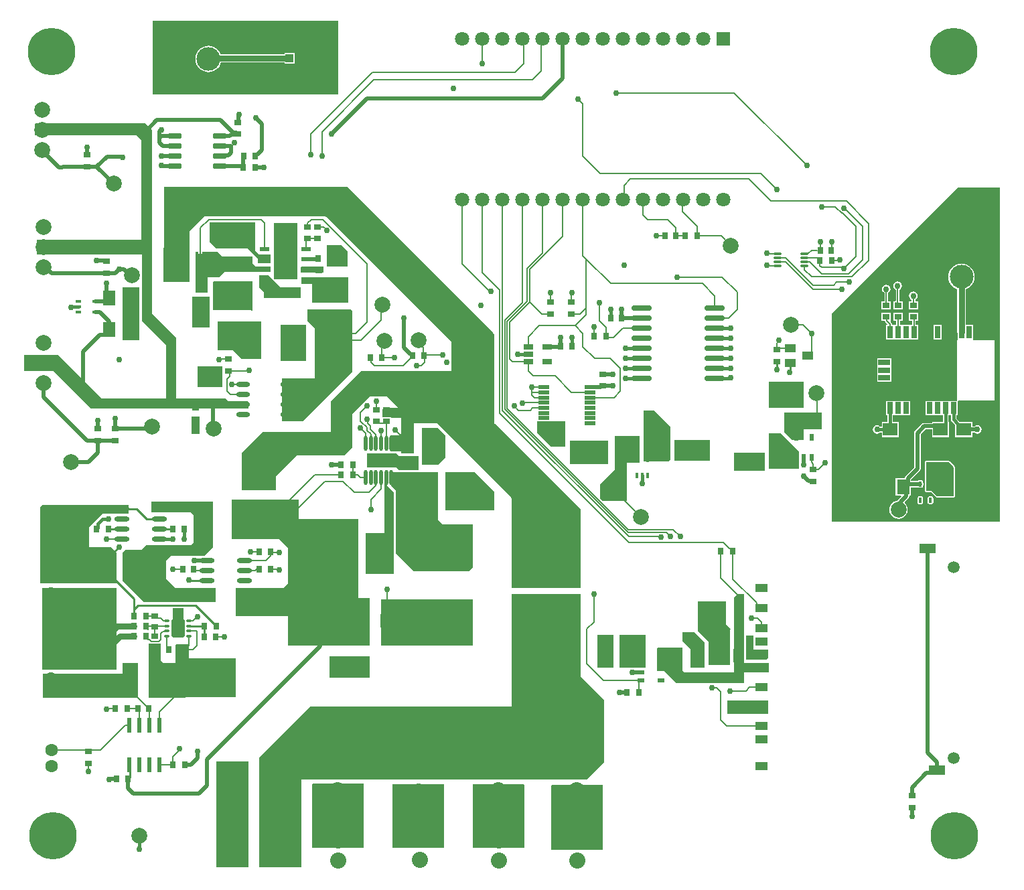
<source format=gtl>
G04*
G04 #@! TF.GenerationSoftware,Altium Limited,Altium Designer,20.1.7 (139)*
G04*
G04 Layer_Physical_Order=1*
G04 Layer_Color=255*
%FSLAX25Y25*%
%MOIN*%
G70*
G04*
G04 #@! TF.SameCoordinates,72195594-E7F7-4266-BDA2-BCA36E094617*
G04*
G04*
G04 #@! TF.FilePolarity,Positive*
G04*
G01*
G75*
%ADD13C,0.01000*%
%ADD14C,0.00600*%
%ADD20O,0.10236X0.02756*%
%ADD21R,0.05118X0.02756*%
%ADD22C,0.07874*%
%ADD23R,0.20276X0.15748*%
%ADD24O,0.06890X0.02362*%
%ADD25R,0.08268X0.05000*%
%ADD26R,0.04528X0.07087*%
G04:AMPARAMS|DCode=27|XSize=17.72mil|YSize=55.12mil|CornerRadius=1.95mil|HoleSize=0mil|Usage=FLASHONLY|Rotation=90.000|XOffset=0mil|YOffset=0mil|HoleType=Round|Shape=RoundedRectangle|*
%AMROUNDEDRECTD27*
21,1,0.01772,0.05122,0,0,90.0*
21,1,0.01382,0.05512,0,0,90.0*
1,1,0.00390,0.02561,0.00691*
1,1,0.00390,0.02561,-0.00691*
1,1,0.00390,-0.02561,-0.00691*
1,1,0.00390,-0.02561,0.00691*
%
%ADD27ROUNDEDRECTD27*%
%ADD28R,0.06400X0.10700*%
%ADD29R,0.14567X0.04331*%
%ADD30O,0.01772X0.07480*%
%ADD31R,0.11614X0.06929*%
%ADD32R,0.02756X0.03543*%
%ADD33R,0.05512X0.03937*%
G04:AMPARAMS|DCode=34|XSize=11.81mil|YSize=23.62mil|CornerRadius=1.95mil|HoleSize=0mil|Usage=FLASHONLY|Rotation=90.000|XOffset=0mil|YOffset=0mil|HoleType=Round|Shape=RoundedRectangle|*
%AMROUNDEDRECTD34*
21,1,0.01181,0.01972,0,0,90.0*
21,1,0.00791,0.02362,0,0,90.0*
1,1,0.00390,0.00986,0.00396*
1,1,0.00390,0.00986,-0.00396*
1,1,0.00390,-0.00986,-0.00396*
1,1,0.00390,-0.00986,0.00396*
%
%ADD34ROUNDEDRECTD34*%
%ADD35R,0.08500X0.09200*%
%ADD36R,0.04921X0.02165*%
%ADD37R,0.09449X0.12205*%
G04:AMPARAMS|DCode=38|XSize=11.81mil|YSize=39.37mil|CornerRadius=1.95mil|HoleSize=0mil|Usage=FLASHONLY|Rotation=90.000|XOffset=0mil|YOffset=0mil|HoleType=Round|Shape=RoundedRectangle|*
%AMROUNDEDRECTD38*
21,1,0.01181,0.03547,0,0,90.0*
21,1,0.00791,0.03937,0,0,90.0*
1,1,0.00390,0.01774,0.00396*
1,1,0.00390,0.01774,-0.00396*
1,1,0.00390,-0.01774,-0.00396*
1,1,0.00390,-0.01774,0.00396*
%
%ADD38ROUNDEDRECTD38*%
G04:AMPARAMS|DCode=39|XSize=15.75mil|YSize=25.59mil|CornerRadius=1.97mil|HoleSize=0mil|Usage=FLASHONLY|Rotation=90.000|XOffset=0mil|YOffset=0mil|HoleType=Round|Shape=RoundedRectangle|*
%AMROUNDEDRECTD39*
21,1,0.01575,0.02165,0,0,90.0*
21,1,0.01181,0.02559,0,0,90.0*
1,1,0.00394,0.01083,0.00591*
1,1,0.00394,0.01083,-0.00591*
1,1,0.00394,-0.01083,-0.00591*
1,1,0.00394,-0.01083,0.00591*
%
%ADD39ROUNDEDRECTD39*%
G04:AMPARAMS|DCode=40|XSize=21.65mil|YSize=31.5mil|CornerRadius=1.95mil|HoleSize=0mil|Usage=FLASHONLY|Rotation=90.000|XOffset=0mil|YOffset=0mil|HoleType=Round|Shape=RoundedRectangle|*
%AMROUNDEDRECTD40*
21,1,0.02165,0.02760,0,0,90.0*
21,1,0.01776,0.03150,0,0,90.0*
1,1,0.00390,0.01380,0.00888*
1,1,0.00390,0.01380,-0.00888*
1,1,0.00390,-0.01380,-0.00888*
1,1,0.00390,-0.01380,0.00888*
%
%ADD40ROUNDEDRECTD40*%
G04:AMPARAMS|DCode=41|XSize=25.59mil|YSize=64.96mil|CornerRadius=1.92mil|HoleSize=0mil|Usage=FLASHONLY|Rotation=90.000|XOffset=0mil|YOffset=0mil|HoleType=Round|Shape=RoundedRectangle|*
%AMROUNDEDRECTD41*
21,1,0.02559,0.06112,0,0,90.0*
21,1,0.02175,0.06496,0,0,90.0*
1,1,0.00384,0.03056,0.01088*
1,1,0.00384,0.03056,-0.01088*
1,1,0.00384,-0.03056,-0.01088*
1,1,0.00384,-0.03056,0.01088*
%
%ADD41ROUNDEDRECTD41*%
%ADD43R,0.03937X0.05906*%
%ADD44R,0.02756X0.05906*%
%ADD45R,0.05906X0.02756*%
%ADD46R,0.04331X0.10236*%
%ADD47R,0.06693X0.04331*%
%ADD48R,0.08661X0.04134*%
%ADD49R,0.03937X0.03937*%
%ADD50R,0.04724X0.11024*%
%ADD51R,0.05906X0.03937*%
%ADD52R,0.07874X0.04724*%
%ADD53R,0.05512X0.13386*%
%ADD54R,0.02100X0.07800*%
%ADD55R,0.05118X0.22047*%
%ADD56R,0.03543X0.03150*%
%ADD57R,0.11811X0.06496*%
%ADD58R,0.06496X0.07284*%
%ADD59R,0.05709X0.05118*%
%ADD60R,0.03150X0.03543*%
%ADD61R,0.07284X0.06496*%
%ADD62R,0.04331X0.06693*%
%ADD63R,0.03543X0.02756*%
%ADD64R,0.09200X0.08500*%
%ADD65R,0.05000X0.08268*%
G04:AMPARAMS|DCode=66|XSize=21.65mil|YSize=31.5mil|CornerRadius=1.95mil|HoleSize=0mil|Usage=FLASHONLY|Rotation=180.000|XOffset=0mil|YOffset=0mil|HoleType=Round|Shape=RoundedRectangle|*
%AMROUNDEDRECTD66*
21,1,0.02165,0.02760,0,0,180.0*
21,1,0.01776,0.03150,0,0,180.0*
1,1,0.00390,-0.00888,0.01380*
1,1,0.00390,0.00888,0.01380*
1,1,0.00390,0.00888,-0.01380*
1,1,0.00390,-0.00888,-0.01380*
%
%ADD66ROUNDEDRECTD66*%
G04:AMPARAMS|DCode=67|XSize=15.75mil|YSize=25.59mil|CornerRadius=1.97mil|HoleSize=0mil|Usage=FLASHONLY|Rotation=180.000|XOffset=0mil|YOffset=0mil|HoleType=Round|Shape=RoundedRectangle|*
%AMROUNDEDRECTD67*
21,1,0.01575,0.02165,0,0,180.0*
21,1,0.01181,0.02559,0,0,180.0*
1,1,0.00394,-0.00591,0.01083*
1,1,0.00394,0.00591,0.01083*
1,1,0.00394,0.00591,-0.01083*
1,1,0.00394,-0.00591,-0.01083*
%
%ADD67ROUNDEDRECTD67*%
G04:AMPARAMS|DCode=120|XSize=64.96mil|YSize=94.49mil|CornerRadius=10.72mil|HoleSize=0mil|Usage=FLASHONLY|Rotation=0.000|XOffset=0mil|YOffset=0mil|HoleType=Round|Shape=RoundedRectangle|*
%AMROUNDEDRECTD120*
21,1,0.06496,0.07305,0,0,0.0*
21,1,0.04352,0.09449,0,0,0.0*
1,1,0.02144,0.02176,-0.03653*
1,1,0.02144,-0.02176,-0.03653*
1,1,0.02144,-0.02176,0.03653*
1,1,0.02144,0.02176,0.03653*
%
%ADD120ROUNDEDRECTD120*%
%ADD121O,0.07480X0.02362*%
%ADD122C,0.01500*%
%ADD123C,0.02000*%
%ADD124C,0.02953*%
%ADD125C,0.03000*%
%ADD126C,0.07087*%
%ADD127R,0.07087X0.07087*%
%ADD128C,0.23622*%
%ADD129C,0.06299*%
%ADD130C,0.05906*%
%ADD131C,0.11811*%
%ADD132C,0.08000*%
%ADD133C,0.03000*%
G36*
X259599Y467343D02*
X259474Y467218D01*
X167636D01*
X167473Y467612D01*
Y503832D01*
X259599D01*
Y467343D01*
D02*
G37*
G36*
X218531Y389819D02*
X220555Y387795D01*
X225984D01*
Y383343D01*
X219685D01*
Y385754D01*
X214655Y390784D01*
X199193D01*
X195866Y394110D01*
Y403543D01*
X218531D01*
Y389819D01*
D02*
G37*
G36*
X201969Y386614D02*
X217035D01*
Y383123D01*
X218663Y381496D01*
X225984D01*
Y378953D01*
X203165D01*
X200591Y376378D01*
X194882D01*
Y368504D01*
X188583D01*
X188583Y368504D01*
Y376378D01*
Y377173D01*
X188583Y377173D01*
Y382892D01*
D01*
Y388976D01*
X190138D01*
Y382500D01*
X190207Y382149D01*
X190406Y381851D01*
X190704Y381652D01*
X191055Y381582D01*
X191406Y381652D01*
X191704Y381851D01*
X191903Y382149D01*
X191973Y382500D01*
Y388976D01*
X199606D01*
X201969Y386614D01*
D02*
G37*
G36*
X264294Y389481D02*
Y381496D01*
X253937D01*
Y392468D01*
X253974Y392483D01*
X261292D01*
X264294Y389481D01*
D02*
G37*
G36*
X252417Y378744D02*
X241185D01*
Y381431D01*
X241341Y381496D01*
X252417D01*
Y378744D01*
D02*
G37*
G36*
X239243Y375431D02*
X239153Y375394D01*
X227892D01*
Y403395D01*
X239243D01*
Y375431D01*
D02*
G37*
G36*
X230760Y371437D02*
X241185D01*
Y366000D01*
X222835D01*
Y369158D01*
X220555Y371437D01*
Y377173D01*
X225024D01*
X230760Y371437D01*
D02*
G37*
G36*
X264791Y363563D02*
X246879D01*
Y372839D01*
X241341D01*
Y376300D01*
X241809Y376378D01*
X264791D01*
Y363563D01*
D02*
G37*
G36*
X217035Y359708D02*
X216574Y359517D01*
X216150Y359941D01*
X197441D01*
Y374141D01*
X197691Y374244D01*
X217035D01*
Y359708D01*
D02*
G37*
G36*
X195866Y351488D02*
X187126Y351488D01*
X187126Y366622D01*
X195866Y366622D01*
Y351488D01*
D02*
G37*
G36*
X160827Y345037D02*
X152300D01*
Y371375D01*
X160827D01*
Y345037D01*
D02*
G37*
G36*
X221260Y354445D02*
Y335630D01*
X211733D01*
X207363Y340000D01*
X199606D01*
Y354457D01*
X221248D01*
X221260Y354445D01*
D02*
G37*
G36*
X243835Y334798D02*
X231030Y334798D01*
Y352661D01*
X243835Y352661D01*
Y334798D01*
D02*
G37*
G36*
X201969Y321654D02*
X201969Y321654D01*
X189764D01*
Y331890D01*
X201969D01*
Y321654D01*
D02*
G37*
G36*
X166929Y449815D02*
Y390390D01*
Y358268D01*
X179134Y346063D01*
Y316142D01*
X203543D01*
X205118Y314567D01*
X214607D01*
X214961Y314213D01*
X214961Y311024D01*
X136614D01*
X118110Y329547D01*
X103897Y329528D01*
X103543Y329881D01*
Y337795D01*
X120472D01*
X142126Y316142D01*
X174016D01*
Y342634D01*
X162205Y354445D01*
Y387795D01*
X159449Y387795D01*
X109843D01*
Y394882D01*
X161811D01*
Y444488D01*
X159449Y446850D01*
X108661D01*
Y452756D01*
X109055Y453150D01*
X163594D01*
X166929Y449815D01*
D02*
G37*
G36*
X491500Y324081D02*
Y311205D01*
X474016D01*
Y324187D01*
X491394D01*
X491500Y324081D01*
D02*
G37*
G36*
X266732Y359646D02*
X266732Y329372D01*
X242111Y304751D01*
X231890Y304751D01*
Y325984D01*
X248079D01*
Y350866D01*
X244488Y354457D01*
Y360236D01*
X266142D01*
X266732Y359646D01*
D02*
G37*
G36*
X190704Y298202D02*
X186811D01*
Y307074D01*
X190704D01*
Y298202D01*
D02*
G37*
G36*
X500331Y300500D02*
X491500D01*
Y295276D01*
X486221D01*
X486221Y295276D01*
X485772Y295408D01*
X481890Y299290D01*
X481890Y309055D01*
X500331D01*
Y300500D01*
D02*
G37*
G36*
X372835Y295000D02*
Y292146D01*
X365464D01*
X358661Y298948D01*
X358661Y304528D01*
X372835D01*
Y295000D01*
D02*
G37*
G36*
X444882Y285000D02*
X427291D01*
X427165Y285126D01*
Y295276D01*
X444882D01*
Y285000D01*
D02*
G37*
G36*
X425197Y301575D02*
Y285752D01*
X423945Y284500D01*
X411811D01*
Y309842D01*
X416929D01*
X425197Y301575D01*
D02*
G37*
G36*
X394094Y283189D02*
X375197D01*
Y295000D01*
X394094D01*
Y283189D01*
D02*
G37*
G36*
X313189Y297555D02*
Y286736D01*
X309449Y282996D01*
X301524Y283000D01*
Y301089D01*
Y301295D01*
X309449D01*
X313189Y297555D01*
D02*
G37*
G36*
X488976Y289691D02*
X488976Y281102D01*
X474016D01*
X474016Y298819D01*
X479848Y298819D01*
X488976Y289691D01*
D02*
G37*
G36*
X290007Y287327D02*
X299606D01*
Y280248D01*
X289831D01*
X288583Y281496D01*
X273997D01*
Y288583D01*
X288751D01*
X290007Y287327D01*
D02*
G37*
G36*
X472047Y279921D02*
X456693D01*
Y289094D01*
X472047D01*
Y279921D01*
D02*
G37*
G36*
X409842Y283858D02*
X403543D01*
Y265026D01*
X391241D01*
X390224Y266042D01*
Y273228D01*
X397244Y280248D01*
Y283858D01*
Y297171D01*
X409842D01*
Y283858D01*
D02*
G37*
G36*
X337402Y269815D02*
Y260236D01*
X313553D01*
X313189Y260600D01*
Y279410D01*
X327807D01*
X337402Y269815D01*
D02*
G37*
G36*
X588976Y254724D02*
X505315D01*
Y358213D01*
X567969Y420866D01*
X588976D01*
X588976Y254724D01*
D02*
G37*
G36*
X309449Y255512D02*
X311496Y253465D01*
X326693D01*
Y231890D01*
X324685Y229882D01*
X297258D01*
X288465Y238675D01*
Y270307D01*
X286177Y272594D01*
Y279409D01*
X286840Y279409D01*
X293185D01*
X309449Y279410D01*
Y255512D01*
D02*
G37*
G36*
X284110Y278756D02*
Y272480D01*
X287321Y269270D01*
Y228740D01*
X282756D01*
Y228740D01*
X273382D01*
Y249005D01*
X282756D01*
Y278583D01*
X283283D01*
X283648Y278947D01*
X284110Y278756D01*
D02*
G37*
G36*
X155492Y258661D02*
X142520D01*
X135827Y251969D01*
Y242126D01*
X146850D01*
X149547Y239429D01*
Y224342D01*
X149412Y224016D01*
X111417D01*
Y261910D01*
X112500Y262992D01*
X155492D01*
Y258661D01*
D02*
G37*
G36*
X264294Y421260D02*
X337402Y348153D01*
X337402Y303787D01*
X380315Y260874D01*
X380315Y221508D01*
X351327Y221508D01*
X346063D01*
X346063Y266386D01*
X308906Y303543D01*
X297251D01*
Y288590D01*
X297248Y288583D01*
X290945D01*
Y289736D01*
X285716D01*
Y297555D01*
X290945D01*
Y306299D01*
X286139D01*
Y306505D01*
X281890D01*
Y310551D01*
X282756Y311417D01*
X289622D01*
X284110Y316929D01*
X275362D01*
X266732Y308299D01*
Y291677D01*
X262851Y287795D01*
X239094D01*
X228740Y277441D01*
Y270307D01*
X211811D01*
Y288976D01*
X222260Y299425D01*
X256226D01*
X256226Y314722D01*
X271228Y329724D01*
X315905Y329724D01*
Y333785D01*
X315920Y333858D01*
X315905Y333931D01*
Y344264D01*
X253476Y406693D01*
X193307D01*
X185827Y399213D01*
Y374016D01*
X172835D01*
Y391118D01*
X173031Y391315D01*
X173031Y421260D01*
X264294Y421260D01*
D02*
G37*
G36*
X197441Y241861D02*
X193376Y237795D01*
X176406D01*
X174016Y235405D01*
X174016Y226378D01*
X178740Y221654D01*
X198740D01*
Y214567D01*
X163138D01*
X152300Y225406D01*
Y239370D01*
X153707Y240778D01*
X161768D01*
X163953Y242963D01*
X186270D01*
X187795Y244488D01*
Y257850D01*
X186196Y259449D01*
X166580Y259449D01*
X166580Y264500D01*
X197441Y264500D01*
Y241861D01*
D02*
G37*
G36*
X182874Y197244D02*
X182736Y197106D01*
X177350D01*
Y211707D01*
X182874D01*
Y197244D01*
D02*
G37*
G36*
X171412Y185525D02*
X172500Y184437D01*
X178740D01*
Y193307D01*
X179134Y193701D01*
X185512D01*
Y186614D01*
X208661D01*
Y167391D01*
X183718D01*
X183256Y166929D01*
X165559D01*
Y194041D01*
X165612Y194095D01*
X166580D01*
X166641Y194082D01*
X170359D01*
X170420Y194095D01*
X171412D01*
Y185525D01*
D02*
G37*
G36*
X326772Y192913D02*
X281059D01*
Y216079D01*
X281122Y216142D01*
X326772D01*
Y192913D01*
D02*
G37*
G36*
X239984Y255908D02*
X269685Y255908D01*
X269685Y216535D01*
X275449D01*
Y192913D01*
X234646Y192913D01*
Y207756D01*
X208661D01*
Y221654D01*
X232541D01*
X234646Y223758D01*
X234646Y241737D01*
X230315Y246068D01*
X206693D01*
Y265748D01*
X239984D01*
Y255908D01*
D02*
G37*
G36*
X466535Y190945D02*
X473622D01*
Y186614D01*
X472835Y185827D01*
X462598D01*
Y189764D01*
Y198031D01*
X466535D01*
Y190945D01*
D02*
G37*
G36*
X452756Y203543D02*
X455118Y201181D01*
X454724Y200787D01*
Y183240D01*
X444319D01*
X444095Y183465D01*
Y195000D01*
X443976D01*
X438583Y200394D01*
Y214961D01*
X452756D01*
Y203543D01*
D02*
G37*
G36*
X412598Y182200D02*
X412449Y182138D01*
X399606D01*
Y198191D01*
X412598D01*
Y182200D01*
D02*
G37*
G36*
X396850D02*
X396751Y182100D01*
X388583D01*
Y198191D01*
X396850D01*
Y182200D01*
D02*
G37*
G36*
X442126Y194488D02*
Y182325D01*
X441677Y181876D01*
X435039D01*
Y191463D01*
X431087Y195415D01*
Y199606D01*
X437008D01*
X442126Y194488D01*
D02*
G37*
G36*
X149547Y181102D02*
X112500D01*
Y221654D01*
X149547D01*
Y181102D01*
D02*
G37*
G36*
X461811Y184252D02*
X474016D01*
Y179500D01*
X461811D01*
Y174409D01*
X427953D01*
X422047Y180315D01*
X418504D01*
Y191732D01*
X418898Y192126D01*
X431087D01*
Y180331D01*
X431917Y179500D01*
X456693D01*
Y189485D01*
Y216882D01*
X458315Y218504D01*
X461811D01*
Y184252D01*
D02*
G37*
G36*
X275449Y177003D02*
X255512D01*
Y187795D01*
X275449D01*
Y177003D01*
D02*
G37*
G36*
X160047Y184232D02*
Y166929D01*
X112602D01*
Y179134D01*
X152300D01*
Y184437D01*
X159843D01*
X160047Y184232D01*
D02*
G37*
G36*
X473622Y159055D02*
X473622Y159055D01*
X453244D01*
Y165748D01*
X473622D01*
Y159055D01*
D02*
G37*
G36*
X272567Y92646D02*
X272456Y92378D01*
X246850D01*
Y124016D01*
X247244Y124409D01*
X272567D01*
Y92646D01*
D02*
G37*
G36*
X352362Y123622D02*
Y92378D01*
X326839D01*
X326772Y92445D01*
Y124016D01*
X352199D01*
X352362Y123622D01*
D02*
G37*
G36*
X312402Y92512D02*
X312268Y92378D01*
X286614D01*
Y123622D01*
X286777Y124016D01*
X312402D01*
Y92512D01*
D02*
G37*
G36*
X391339Y91339D02*
X365748D01*
Y123381D01*
X366215Y123622D01*
X391339D01*
Y91339D01*
D02*
G37*
G36*
X380315Y177559D02*
X392126Y165748D01*
Y135039D01*
X383465Y126378D01*
X241339D01*
Y82677D01*
X220472D01*
Y137402D01*
X245669Y162598D01*
X346063D01*
Y218504D01*
X380315D01*
Y177559D01*
D02*
G37*
G36*
X214961Y82677D02*
X199213D01*
Y135433D01*
X214961D01*
Y82677D01*
D02*
G37*
%LPC*%
G36*
X195189Y491494D02*
X193914Y491368D01*
X192687Y490996D01*
X191557Y490392D01*
X190567Y489579D01*
X189754Y488588D01*
X189150Y487458D01*
X188778Y486232D01*
X188652Y484957D01*
X188778Y483681D01*
X189150Y482455D01*
X189754Y481325D01*
X190567Y480334D01*
X191557Y479521D01*
X192687Y478917D01*
X193914Y478545D01*
X195189Y478420D01*
X196464Y478545D01*
X197691Y478917D01*
X198821Y479521D01*
X199811Y480334D01*
X200624Y481325D01*
X201228Y482455D01*
X201464Y483233D01*
X232921D01*
Y482782D01*
X238058D01*
Y487919D01*
X232921D01*
Y487467D01*
X201223D01*
X200624Y488588D01*
X199811Y489579D01*
X198821Y490392D01*
X197691Y490996D01*
X196464Y491368D01*
X195189Y491494D01*
D02*
G37*
G36*
X546000Y369204D02*
X545181Y369041D01*
X544486Y368577D01*
X544022Y367882D01*
X543859Y367063D01*
X544022Y366244D01*
X544486Y365549D01*
X545082Y365150D01*
Y364431D01*
X543628D01*
Y360475D01*
X548372D01*
Y364431D01*
X546918D01*
Y365150D01*
X547514Y365549D01*
X547978Y366244D01*
X548141Y367063D01*
X547978Y367882D01*
X547514Y368577D01*
X546819Y369041D01*
X546000Y369204D01*
D02*
G37*
G36*
X532526Y372614D02*
X531707Y372451D01*
X531012Y371987D01*
X530548Y371292D01*
X530385Y370472D01*
X530548Y369653D01*
X531012Y368958D01*
X531582Y368577D01*
Y364431D01*
X530128D01*
Y360475D01*
X534872D01*
Y364431D01*
X533418D01*
Y368543D01*
X534040Y368958D01*
X534504Y369653D01*
X534667Y370472D01*
X534504Y371292D01*
X534040Y371987D01*
X533345Y372451D01*
X532526Y372614D01*
D02*
G37*
G36*
X538189Y374188D02*
X537370Y374025D01*
X536675Y373561D01*
X536211Y372867D01*
X536048Y372047D01*
X536211Y371228D01*
X536675Y370533D01*
X537271Y370135D01*
Y364844D01*
X536969Y364448D01*
X536881Y364431D01*
X536069D01*
Y363619D01*
X536052Y363531D01*
X536069Y363442D01*
Y360475D01*
X540813D01*
Y364431D01*
X539107D01*
Y370135D01*
X539703Y370533D01*
X540167Y371228D01*
X540330Y372047D01*
X540167Y372867D01*
X539703Y373561D01*
X539008Y374025D01*
X538189Y374188D01*
D02*
G37*
G36*
X548372Y358525D02*
X543628D01*
Y354569D01*
X545397D01*
Y352553D01*
X539359D01*
Y354569D01*
X540813D01*
Y358525D01*
X536069D01*
Y354569D01*
X537523D01*
Y352553D01*
X535422D01*
Y352898D01*
X535352Y353249D01*
X535153Y353547D01*
X534592Y354107D01*
X534783Y354569D01*
X534872D01*
Y358525D01*
X530128D01*
Y354569D01*
X531873D01*
X531933Y354270D01*
X532132Y353972D01*
X533089Y353015D01*
X532898Y352553D01*
X532526D01*
Y345447D01*
X548293D01*
Y352553D01*
X547233D01*
Y354569D01*
X548372D01*
Y358525D01*
D02*
G37*
G36*
X560104Y352553D02*
X556148D01*
Y345447D01*
X560104D01*
Y352553D01*
D02*
G37*
G36*
X535104Y336017D02*
X527998D01*
Y332061D01*
Y328124D01*
Y324187D01*
X535104D01*
Y328124D01*
Y332061D01*
Y336017D01*
D02*
G37*
G36*
X569937Y383084D02*
X568662Y382959D01*
X567435Y382587D01*
X566305Y381982D01*
X565315Y381170D01*
X564502Y380179D01*
X563898Y379049D01*
X563526Y377822D01*
X563400Y376547D01*
X563526Y375272D01*
X563898Y374046D01*
X564502Y372916D01*
X565315Y371925D01*
X566305Y371112D01*
X567435Y370508D01*
X567820Y370391D01*
Y349000D01*
X567959Y348301D01*
X567959Y345485D01*
X567772Y345063D01*
X567772Y345025D01*
X567772Y315324D01*
D01*
X567772Y315142D01*
X567492Y314757D01*
X567478Y314757D01*
X552211D01*
Y307652D01*
X560686D01*
Y304348D01*
X555258D01*
Y303797D01*
X551378D01*
X550754Y303673D01*
X550224Y303319D01*
X546878Y299972D01*
X546524Y299443D01*
X546400Y298819D01*
Y281778D01*
X542095Y277472D01*
X541741Y276943D01*
X541617Y276319D01*
Y276242D01*
X537152D01*
Y267758D01*
X539853D01*
X540044Y267296D01*
X538553Y265805D01*
X538199Y265276D01*
X538175Y265152D01*
X537398Y265050D01*
X536295Y264593D01*
X535347Y263866D01*
X534620Y262918D01*
X534162Y261814D01*
X534007Y260630D01*
X534162Y259446D01*
X534620Y258342D01*
X535347Y257394D01*
X536295Y256667D01*
X537398Y256210D01*
X538583Y256054D01*
X539767Y256210D01*
X540871Y256667D01*
X541819Y257394D01*
X542546Y258342D01*
X543003Y259446D01*
X543159Y260630D01*
X543003Y261814D01*
X542546Y262918D01*
X541819Y263866D01*
X541785Y263891D01*
X541752Y264390D01*
X543532Y266169D01*
X543885Y266699D01*
X544009Y267323D01*
Y267758D01*
X544848D01*
Y271804D01*
X548259D01*
X548276Y271778D01*
X548539Y271602D01*
X548850Y271540D01*
X550032D01*
X550342Y271602D01*
X550606Y271778D01*
X550782Y272042D01*
X550844Y272353D01*
Y272655D01*
X550948Y272811D01*
X551072Y273435D01*
X550948Y274060D01*
X550844Y274216D01*
Y274518D01*
X550782Y274829D01*
X550606Y275093D01*
X550342Y275269D01*
X550032Y275331D01*
X548850D01*
X548539Y275269D01*
X548276Y275093D01*
X548259Y275067D01*
X544879D01*
Y275643D01*
X549185Y279949D01*
X549539Y280478D01*
X549663Y281102D01*
Y298143D01*
X552054Y300534D01*
X555258D01*
Y296652D01*
X563742D01*
Y304348D01*
X563439D01*
Y307652D01*
X564623D01*
Y305500D01*
X564728Y304973D01*
X565027Y304527D01*
X566758Y302795D01*
Y296652D01*
X575242D01*
Y298869D01*
X576508D01*
X576992Y298545D01*
X577811Y298382D01*
X578630Y298545D01*
X579325Y299010D01*
X579789Y299704D01*
X579952Y300524D01*
X579789Y301343D01*
X579325Y302038D01*
X578630Y302502D01*
X577811Y302665D01*
X576992Y302502D01*
X576437Y302131D01*
X575242D01*
Y304348D01*
X569093D01*
X569082Y304365D01*
X569081Y304365D01*
X567377Y306070D01*
Y307652D01*
X567978D01*
X567978Y314575D01*
D01*
X567978Y314757D01*
X568257Y315142D01*
X568272Y315142D01*
X586473D01*
Y345063D01*
X576131D01*
X575852Y345447D01*
X575852Y345563D01*
Y352553D01*
X572054D01*
Y370391D01*
X572439Y370508D01*
X573569Y371112D01*
X574559Y371925D01*
X575372Y372916D01*
X575976Y374046D01*
X576348Y375272D01*
X576474Y376547D01*
X576348Y377822D01*
X575976Y379049D01*
X575372Y380179D01*
X574559Y381170D01*
X573569Y381982D01*
X572439Y382587D01*
X571212Y382959D01*
X569937Y383084D01*
D02*
G37*
G36*
X544356Y314757D02*
X532526D01*
Y307652D01*
X533127D01*
Y304368D01*
X530258D01*
Y301910D01*
X529597D01*
X529512Y302038D01*
X528818Y302502D01*
X527998Y302665D01*
X527179Y302502D01*
X526484Y302038D01*
X526020Y301343D01*
X525857Y300524D01*
X526020Y299704D01*
X526484Y299010D01*
X527179Y298545D01*
X527998Y298382D01*
X528818Y298545D01*
X529512Y299010D01*
X529611Y299158D01*
X530258D01*
Y296672D01*
X538742D01*
Y304368D01*
X535880D01*
Y307652D01*
X544356D01*
Y314757D01*
D02*
G37*
G36*
X563768Y284901D02*
X552362D01*
X551903Y284711D01*
X551713Y284252D01*
Y270079D01*
X551903Y269619D01*
X552362Y269429D01*
X554849D01*
X557415Y266864D01*
X557874Y266673D01*
X566000D01*
X566459Y266864D01*
X566649Y267323D01*
Y281760D01*
X566459Y282219D01*
X566282Y282396D01*
X564254Y284683D01*
X564235Y284692D01*
X564227Y284711D01*
X564014Y284799D01*
X563806Y284900D01*
X563787Y284893D01*
X563768Y284901D01*
D02*
G37*
G36*
X555150Y267260D02*
X553968D01*
X553658Y267198D01*
X553394Y267022D01*
X553218Y266758D01*
X553156Y266447D01*
Y264282D01*
X553218Y263971D01*
X553394Y263707D01*
X553658Y263531D01*
X553968Y263469D01*
X555150D01*
X555461Y263531D01*
X555724Y263707D01*
X555900Y263971D01*
X555962Y264282D01*
Y266447D01*
X555900Y266758D01*
X555724Y267022D01*
X555461Y267198D01*
X555150Y267260D01*
D02*
G37*
G36*
X550032D02*
X548850D01*
X548539Y267198D01*
X548276Y267022D01*
X548100Y266758D01*
X548038Y266447D01*
Y264282D01*
X548100Y263971D01*
X548276Y263707D01*
X548539Y263531D01*
X548850Y263469D01*
X550032D01*
X550342Y263531D01*
X550606Y263707D01*
X550782Y263971D01*
X550844Y264282D01*
Y266447D01*
X550782Y266758D01*
X550606Y267022D01*
X550342Y267198D01*
X550032Y267260D01*
D02*
G37*
%LPD*%
G36*
X565809Y281951D02*
X566000Y281760D01*
Y267323D01*
X557874D01*
X555118Y270079D01*
X552362D01*
Y284252D01*
X563768D01*
X565809Y281951D01*
D02*
G37*
D13*
X146850Y237795D02*
Y238185D01*
X150791Y242126D01*
X185433Y225590D02*
X185618Y225406D01*
X194508D01*
X152080Y261068D02*
X159344D01*
X164344Y256068D01*
X170584D01*
X158047Y210992D02*
Y216270D01*
Y207500D02*
Y210992D01*
X144927Y229390D02*
X158047Y216270D01*
X144927Y229390D02*
Y230768D01*
X142927Y232768D02*
X144927Y230768D01*
X141549Y232768D02*
X142927D01*
X177293Y251068D02*
X177508Y250853D01*
X170584Y251068D02*
X177293D01*
X170369Y250853D02*
X170584Y251068D01*
X209255Y457307D02*
X210000Y456562D01*
X158047Y210992D02*
X160047Y212992D01*
X188732D01*
X209255Y457307D02*
X210260D01*
X188732Y212992D02*
X197815Y203909D01*
X478083Y330293D02*
Y334364D01*
X484690Y330046D02*
X484752Y330108D01*
X484690Y329313D02*
Y330046D01*
X484307Y328931D02*
X484690Y329313D01*
X484752Y330108D02*
Y333576D01*
X155982Y127423D02*
Y133621D01*
X155803Y133800D02*
X155982Y133621D01*
X155059Y126500D02*
X155982Y127423D01*
X197815Y203909D02*
X198209D01*
X199087Y203031D01*
Y202638D02*
Y203031D01*
X193181Y202638D02*
X193228Y202591D01*
X193039Y202780D02*
X193181Y202638D01*
X193228Y197244D02*
Y202591D01*
X185512Y202780D02*
X193039D01*
X145320Y251068D02*
X145320Y251068D01*
X152080D01*
D14*
X381500Y387004D02*
X383071Y385433D01*
Y361000D02*
Y385433D01*
X381500Y387004D02*
Y415000D01*
X237432Y259449D02*
X237713D01*
X234646Y261974D02*
Y264567D01*
X144488Y246068D02*
X152080D01*
X168303Y197760D02*
X168500Y197957D01*
Y202244D01*
X168244Y202500D02*
X168500Y202244D01*
X163953Y202500D02*
X168244D01*
X355280Y310079D02*
X356520Y311319D01*
X349370Y310079D02*
X355280D01*
X347244Y312205D02*
X349370Y310079D01*
X355972Y319559D02*
X356535Y318996D01*
X355958Y320571D02*
Y321570D01*
X355972Y319559D02*
Y320557D01*
Y317717D02*
Y319559D01*
X355958Y320571D02*
X355972Y320557D01*
Y317717D02*
X357252Y316437D01*
X362008D01*
X355958Y321570D02*
X355972Y321555D01*
X355906Y321622D02*
X355958Y321570D01*
X356535Y318996D02*
X362008D01*
X355972Y321555D02*
X362008D01*
X377764Y352193D02*
X381500Y348457D01*
Y341740D02*
Y348457D01*
Y341740D02*
X387240Y336000D01*
X395065D01*
X400066Y331000D01*
Y319559D02*
Y331000D01*
X396944Y316437D02*
X400066Y319559D01*
X385236Y316437D02*
X396944D01*
X354276Y329739D02*
Y334260D01*
Y329739D02*
X356850Y327165D01*
X367717D01*
X375886Y318996D01*
X385236D01*
X356520Y311319D02*
X362008D01*
X302165Y337815D02*
Y341171D01*
X302251Y337729D02*
X311811D01*
X302165Y337815D02*
X302251Y337729D01*
X351327Y313512D02*
X351693Y313878D01*
X362008D01*
X302766Y333889D02*
Y337080D01*
X301233Y332357D02*
X302766Y333889D01*
X298819Y332357D02*
X301233D01*
X291929D02*
X296260Y336687D01*
X277616Y332357D02*
X291929D01*
X276078Y333895D02*
X277616Y332357D01*
X450244Y397000D02*
X455118Y392126D01*
X438453Y397000D02*
X450244D01*
X276078Y333895D02*
Y335783D01*
X275646Y336215D02*
X276078Y335783D01*
X281102Y354980D02*
Y361811D01*
X281890Y362598D01*
X271004Y344882D02*
X281102Y354980D01*
X264173Y344882D02*
X271004D01*
X450047Y155905D02*
X453067Y152886D01*
X470421D01*
X450047Y155905D02*
Y169947D01*
X447947Y172047D02*
X450047Y169947D01*
X445669Y172047D02*
X447947D01*
X426378Y250787D02*
X429921Y247244D01*
X404181Y250787D02*
X426378D01*
X343900Y311069D02*
X404181Y250787D01*
X404022Y249250D02*
X421270D01*
X342700Y310572D02*
Y354980D01*
X421308Y249213D02*
X423228D01*
X425197Y247244D01*
X342700Y310572D02*
X404022Y249250D01*
X421270D02*
X421308Y249213D01*
X341500Y310075D02*
X404331Y247244D01*
X419882D01*
X341500Y310075D02*
Y415000D01*
X342700Y354980D02*
X351500Y363780D01*
X343900Y311069D02*
Y354483D01*
X345100Y335502D02*
Y353986D01*
Y335502D02*
X346342Y334260D01*
X340158Y308819D02*
Y369970D01*
X331500Y378628D02*
X340158Y369970D01*
Y308819D02*
X404526Y244450D01*
X343900Y354483D02*
X353843Y364426D01*
Y380737D01*
X361500Y388394D01*
Y415000D01*
X351500Y363780D02*
Y415000D01*
X345100Y353986D02*
X355043Y363929D01*
X464567Y172296D02*
X470421D01*
X462744Y170472D02*
X464567Y172296D01*
X454724Y170472D02*
X462744D01*
X419882Y247244D02*
X420276Y246850D01*
X404526Y244450D02*
X451502D01*
X465354Y206693D02*
X468453D01*
X470421Y201823D02*
Y204724D01*
X468453Y206693D02*
X470421Y204724D01*
X451502Y244450D02*
X454481Y241472D01*
X454875D01*
X455953Y240394D01*
Y240000D02*
Y240394D01*
X331500Y378628D02*
Y415000D01*
X478083Y343559D02*
X478937Y344413D01*
Y345063D01*
X478083Y340269D02*
Y343559D01*
X456693Y468110D02*
X492913Y431890D01*
X398031Y468110D02*
X456693D01*
X500394Y411417D02*
X507236D01*
X510423Y408230D01*
X510668D01*
X517323Y401575D01*
Y386614D02*
Y401575D01*
X511417Y380709D02*
X517323Y386614D01*
X499409Y382091D02*
X500331Y381170D01*
X499409Y382091D02*
Y384764D01*
X500331Y381170D02*
X509866D01*
X509868Y381168D01*
X510958D01*
X511417Y380709D01*
X498720Y280609D02*
X501968Y283858D01*
X496053Y280609D02*
X498720D01*
X495240Y284252D02*
Y286728D01*
Y284252D02*
X496053Y283439D01*
Y280609D02*
Y283439D01*
X410174Y175698D02*
X410296Y175576D01*
X410894Y174977D01*
X409453D02*
X410894D01*
X321500Y382969D02*
X334474Y369995D01*
X321500Y382969D02*
Y415000D01*
X410174Y175698D02*
X410235Y175760D01*
X409453Y174977D02*
X410174Y175698D01*
X334474Y369995D02*
Y369995D01*
X410112Y175760D02*
X410235D01*
X409988D02*
X410112D01*
X391630D02*
X409988D01*
X410112D02*
X410174Y175698D01*
X409205Y174977D02*
X409453D01*
X383465Y183925D02*
X391630Y175760D01*
X410235D02*
X410480D01*
X409205Y174977D02*
X409988Y175760D01*
X383465Y183925D02*
Y201181D01*
X387008Y204724D01*
Y218504D01*
X334474Y369995D02*
X335177Y369291D01*
X335827D01*
X409453Y169500D02*
Y174977D01*
X459000Y210000D02*
Y217819D01*
X450047Y226772D02*
X459000Y217819D01*
X450047Y226772D02*
Y240000D01*
X455953Y226134D02*
Y240000D01*
Y226134D02*
X467924Y214163D01*
Y213334D02*
Y214163D01*
Y213334D02*
X469593Y211666D01*
X470421D01*
X498032Y303150D02*
Y318226D01*
X497753Y318504D02*
X498032Y318226D01*
X538189Y362705D02*
X538441Y362453D01*
X538189Y362705D02*
Y372047D01*
X507874Y374046D02*
X514080D01*
X506269Y372441D02*
X507874Y374046D01*
X496000Y372441D02*
X506269D01*
X496000Y370472D02*
X510268D01*
X532500Y370446D02*
X532526Y370472D01*
X532500Y362453D02*
Y370446D01*
X478083Y340269D02*
X478870Y341057D01*
X484752D01*
X490949Y352604D02*
X495331Y348222D01*
X485094Y352604D02*
X490949D01*
X495331Y338985D02*
Y348222D01*
X493662Y337316D02*
X495331Y338985D01*
X493413Y337316D02*
X493662D01*
X546000Y362453D02*
Y367063D01*
Y356547D02*
X546315Y356232D01*
Y349000D02*
Y356232D01*
X538441Y356547D02*
X538441Y356547D01*
X538441Y349000D02*
Y356547D01*
X532781Y354621D02*
Y356266D01*
X532500Y356547D02*
X532781Y356266D01*
Y354621D02*
X534504Y352898D01*
Y349000D02*
Y352898D01*
X276772Y478346D02*
X347638D01*
X246063Y447638D02*
X276772Y478346D01*
X246063Y437402D02*
Y447638D01*
X277559Y474803D02*
X356299D01*
X251575Y448819D02*
X277559Y474803D01*
X251575Y436614D02*
Y448819D01*
X411500Y407480D02*
Y415000D01*
Y407480D02*
X413862Y405118D01*
X423622D01*
X427756Y400984D01*
Y397000D02*
Y400984D01*
X418110Y397000D02*
X422244D01*
X432547D02*
X432547Y397000D01*
X427756Y397000D02*
X432547D01*
X431102Y409055D02*
Y414602D01*
X431500Y415000D01*
X431102Y409055D02*
X438453Y401705D01*
Y397000D02*
Y401705D01*
X511417Y410630D02*
X511811D01*
X520866Y401575D01*
Y384988D02*
Y401575D01*
X513831Y377953D02*
X520866Y384988D01*
X500331Y377953D02*
X513831D01*
X494268Y384016D02*
X500331Y377953D01*
X491693Y384016D02*
X494268D01*
X498331Y385984D02*
X499409Y384906D01*
X491693Y385984D02*
X498331D01*
X401936Y415437D02*
Y422047D01*
X401500Y415000D02*
X401936Y415437D01*
Y422047D02*
X405086Y425197D01*
X464173D01*
X475197Y414173D01*
X512598D01*
X523622Y403150D01*
Y384646D02*
Y403150D01*
X515524Y376547D02*
X523622Y384646D01*
X495240Y376547D02*
X515524D01*
X491693Y380095D02*
X495240Y376547D01*
X491693Y380095D02*
Y382047D01*
X536969Y363531D02*
X538047Y362453D01*
X538441D01*
X482457Y385984D02*
X496000Y372441D01*
X478307Y385984D02*
X482457D01*
X532106Y362453D02*
X532500D01*
X482457Y384016D02*
X496000Y370472D01*
X478307Y384016D02*
X482457D01*
X505512Y390158D02*
Y394094D01*
X499606Y389764D02*
Y394094D01*
X505118Y389764D02*
X505512Y390158D01*
X509331Y385039D02*
X509449D01*
X509055Y384764D02*
X509331Y385039D01*
X505315Y384764D02*
X509055D01*
X393110Y346850D02*
Y351378D01*
X389764Y354724D02*
X393110Y351378D01*
X389764Y354724D02*
Y363779D01*
X470079Y427953D02*
X477953Y420079D01*
X390161Y427953D02*
X470079D01*
X381500Y436614D02*
X390161Y427953D01*
X381500Y436614D02*
Y462595D01*
X379134Y464961D02*
X381500Y462595D01*
X331500Y482677D02*
Y495000D01*
X399606Y266929D02*
X400066Y266470D01*
X401097D01*
X410480Y257087D01*
X495240Y389764D02*
X498032D01*
X493720Y388243D02*
X495240Y389764D01*
X491984Y388243D02*
X493720D01*
X491693Y387953D02*
X491984Y388243D01*
X473228Y382283D02*
X473465Y382047D01*
X478307D01*
X473228Y388189D02*
X473779D01*
X474016Y387953D01*
X478307D01*
X383071Y357500D02*
Y361000D01*
X377764Y352193D02*
X383071Y357500D01*
X359842Y352193D02*
X377764D01*
X354276Y346626D02*
X359842Y352193D01*
X354276Y341740D02*
Y346626D01*
X346342Y334260D02*
X354276D01*
X387008Y351575D02*
X387205Y351378D01*
Y346850D02*
Y351378D01*
X393504Y346457D02*
X396747D01*
X393110Y346850D02*
X393504Y346457D01*
X396747D02*
X401290Y351000D01*
X410890D01*
X428346Y376378D02*
X450787D01*
X458268Y368898D01*
Y360236D02*
Y368898D01*
X454032Y356000D02*
X458268Y360236D01*
X447110Y356000D02*
X454032D01*
X383071Y385433D02*
X395276Y373228D01*
X440945D01*
X447110Y367063D01*
Y361000D02*
Y367063D01*
X375984Y367831D02*
Y368504D01*
X375870Y367717D02*
X375984Y367831D01*
X375870Y363929D02*
Y367717D01*
X365370Y363929D02*
Y368488D01*
X365354Y368504D02*
X365370Y368488D01*
X371500Y396697D02*
Y415000D01*
X355043Y380240D02*
X371500Y396697D01*
X380095Y358024D02*
X383071Y361000D01*
X375870Y358024D02*
X380095D01*
X355043Y363929D02*
Y380240D01*
Y363929D02*
X360949Y358024D01*
X365370D01*
X270866Y304689D02*
X273997Y301559D01*
Y300146D02*
Y301559D01*
Y300146D02*
X275941Y298202D01*
X278807Y310433D02*
Y314567D01*
X288189Y300394D02*
X290471Y298112D01*
X291320D01*
X293185Y296246D01*
Y295000D02*
Y296246D01*
X281102Y299437D02*
Y300000D01*
X281059Y299394D02*
X281102Y299437D01*
X281059Y293823D02*
Y299394D01*
X275175Y269270D02*
X278500Y272594D01*
X267738Y269270D02*
X275175D01*
X262205Y274803D02*
X267738Y269270D01*
X253067Y274803D02*
X262205D01*
X237713Y259449D02*
X253067Y274803D01*
X266142Y348300D02*
X268300D01*
X251815Y339915D02*
Y340000D01*
Y339152D02*
Y339915D01*
Y339152D02*
X253680Y337286D01*
X351969Y482677D02*
Y494531D01*
X351500Y495000D02*
X351969Y494531D01*
X347638Y478346D02*
X351969Y482677D01*
X215248Y330106D02*
X215512Y329842D01*
X214752Y330106D02*
X215248D01*
X214370Y329724D02*
X214752Y330106D01*
X205118Y329724D02*
X214370D01*
X360630Y479134D02*
Y494130D01*
X361500Y495000D01*
X356299Y474803D02*
X360630Y479134D01*
X180709Y141732D02*
X180756Y141685D01*
Y140937D02*
Y141685D01*
X177350Y137531D02*
X180756Y140937D01*
X177350Y133800D02*
Y137531D01*
X274015Y354015D02*
Y383079D01*
X268300Y348300D02*
X274015Y354015D01*
X251815Y348500D02*
X252015Y348300D01*
X251976Y405118D02*
X274015Y383079D01*
X251815Y339915D02*
X253680Y338050D01*
X246283Y405118D02*
X251976D01*
X244545Y403379D02*
X246283Y405118D01*
X244545Y401497D02*
Y403379D01*
X244500Y401453D02*
X244545Y401497D01*
X253937Y399606D02*
Y399933D01*
X252417Y401453D02*
X253937Y399933D01*
X249500Y401453D02*
X252417D01*
X249500Y395547D02*
X249500Y395547D01*
X244500Y395547D02*
X249500D01*
X243835Y394882D02*
X244500Y395547D01*
X243835Y390390D02*
Y394882D01*
X191055Y382500D02*
Y400898D01*
X195276Y405118D01*
X221248D01*
X223165Y403201D01*
Y390390D02*
Y403201D01*
X281551Y336215D02*
X287743D01*
X274416Y303717D02*
X275665Y302468D01*
X274416Y303717D02*
Y305111D01*
X274015Y305511D02*
X274416Y305111D01*
X275665Y300713D02*
Y302468D01*
X270866Y304689D02*
Y309090D01*
X273997Y312221D01*
X302559Y337286D02*
X302766Y337080D01*
X200394Y335433D02*
X200591Y335630D01*
X205118D01*
X205587Y326969D02*
Y329547D01*
X204293Y325675D02*
X205587Y326969D01*
X204293Y319723D02*
Y325675D01*
X206016Y318000D02*
X212555D01*
X204293Y319723D02*
X206016Y318000D01*
X206693Y322835D02*
X207015D01*
X207180Y323000D01*
X205587Y329547D02*
X205980D01*
X207180Y323000D02*
X212555D01*
X177350Y133800D02*
X177350Y133800D01*
X170803Y133800D02*
X177350D01*
X135498Y130313D02*
X135500Y130315D01*
X135894Y139953D02*
X136878Y140937D01*
X135295Y140157D02*
Y140937D01*
Y140157D02*
X135500Y139953D01*
X141549Y140937D02*
X153812Y153200D01*
X136878Y140937D02*
X141549D01*
X153812Y153200D02*
X155803D01*
X117106Y140937D02*
X135295D01*
X135500Y130315D02*
Y134047D01*
Y139953D02*
X135894D01*
X144488Y161417D02*
X145051D01*
X145134Y161500D01*
X148850D01*
X170803Y160120D02*
X179508Y168825D01*
Y176563D01*
X170803Y153200D02*
Y160120D01*
X178740Y175795D02*
X179508Y176563D01*
X155492D02*
X157738Y174318D01*
Y169322D02*
Y174318D01*
Y169322D02*
X164087Y162972D01*
X164284D01*
X165559Y161697D01*
Y161500D02*
Y161697D01*
X160047Y161500D02*
X160047Y161500D01*
X154756Y161500D02*
X160047D01*
X160047Y161500D02*
X160803Y160744D01*
Y153200D02*
Y160744D01*
X165559Y161500D02*
X165803Y161256D01*
Y153200D02*
Y161256D01*
X202756Y197244D02*
X203150D01*
X202756Y197244D02*
X202756Y197244D01*
X198740Y197244D02*
X202756D01*
X183628Y191000D02*
X187358D01*
X189500Y193142D01*
Y199869D01*
X189148Y200220D02*
X189500Y199869D01*
X185512Y200220D02*
X189148D01*
X180756Y191000D02*
X183628D01*
X185512Y192884D01*
Y197661D01*
X174488Y191756D02*
X175244Y191000D01*
X174488Y191756D02*
Y197661D01*
X177559Y230906D02*
X182283D01*
X216142Y239764D02*
X216535D01*
X216535Y239764D01*
X220276D01*
X230118Y230906D02*
X230315Y230709D01*
X226181Y230906D02*
X230118D01*
X270866Y301295D02*
X273382Y298780D01*
Y293823D02*
Y298780D01*
X299606Y343730D02*
Y344955D01*
Y343730D02*
X302165Y341171D01*
X275941Y293823D02*
Y298202D01*
X275665Y300713D02*
X278438Y297940D01*
Y293885D02*
Y297940D01*
X283618Y303472D02*
X283768Y303622D01*
X283618Y293823D02*
Y303472D01*
X281551Y343668D02*
X282598Y344715D01*
X281551Y336215D02*
Y343668D01*
X278438Y293885D02*
X278500Y293823D01*
X283150Y205354D02*
X284110Y206315D01*
Y220866D01*
X275941Y260600D02*
Y265748D01*
X281059Y270866D01*
Y276500D01*
X278500Y272594D02*
Y276500D01*
X278807Y303622D02*
X283768D01*
X265681Y196154D02*
X266598Y197072D01*
X234646Y264567D02*
X248079Y278000D01*
X261047D01*
X266953Y283000D02*
X266953Y283000D01*
X266953Y278000D02*
Y283000D01*
X270866Y276500D02*
X273382D01*
X269366Y278000D02*
X270866Y276500D01*
X266953Y278000D02*
X269366D01*
X187795Y230906D02*
X188295Y230405D01*
X194508D01*
X218539D02*
X219539Y231405D01*
X213012Y230405D02*
X218539D01*
X226181Y237795D02*
Y239764D01*
X223791Y235405D02*
X226181Y237795D01*
X213012Y235405D02*
X223791D01*
X226181Y239764D02*
X226575Y239370D01*
X230315D01*
X189500Y207480D02*
X189764D01*
X187358Y205339D02*
X189500Y207480D01*
X185512Y205339D02*
X187358D01*
X172661D02*
X174488D01*
X171412Y206588D02*
X172661Y205339D01*
X169668Y206588D02*
X171412D01*
X168244Y207500D02*
X168500Y207756D01*
X163953Y207500D02*
X168244D01*
X165031Y201028D02*
X165035D01*
X163953Y202106D02*
Y202500D01*
Y202106D02*
X165031Y201028D01*
X168303Y197760D02*
X168500D01*
X168500Y207756D02*
X169668Y206588D01*
X168500Y202244D02*
X169035Y202780D01*
X174488D01*
X170359Y195000D02*
X171500Y196141D01*
X166641Y195000D02*
X170359D01*
X165612Y196028D02*
X166641Y195000D01*
X172500Y200000D02*
X174268D01*
X174488Y200220D01*
X171500Y199000D02*
X172500Y200000D01*
X171500Y196141D02*
Y199000D01*
X165078Y196028D02*
X165612D01*
X164000Y197106D02*
X165078Y196028D01*
X164000Y197106D02*
Y197500D01*
D20*
X410890Y361000D02*
D03*
Y356000D02*
D03*
Y351000D02*
D03*
Y346000D02*
D03*
Y341000D02*
D03*
Y336000D02*
D03*
Y331000D02*
D03*
Y326000D02*
D03*
X447110Y361000D02*
D03*
Y356000D02*
D03*
Y351000D02*
D03*
Y346000D02*
D03*
Y341000D02*
D03*
Y336000D02*
D03*
Y331000D02*
D03*
Y326000D02*
D03*
D21*
X363724Y341740D02*
D03*
Y334260D02*
D03*
X354276D02*
D03*
Y338000D02*
D03*
Y341740D02*
D03*
D22*
X166929Y301969D02*
D03*
X485094Y352604D02*
D03*
X497753Y318504D02*
D03*
X538583Y260630D02*
D03*
X160803Y98425D02*
D03*
X455118Y392126D02*
D03*
X281890Y362598D02*
D03*
X197628Y301128D02*
D03*
X410480Y257087D02*
D03*
X148031Y422835D02*
D03*
X157087Y377165D02*
D03*
X126772Y284252D02*
D03*
X282598Y344715D02*
D03*
X299606Y344955D02*
D03*
X113000Y323815D02*
D03*
Y333815D02*
D03*
Y343815D02*
D03*
X112500Y459815D02*
D03*
Y449815D02*
D03*
Y439815D02*
D03*
X113000Y381315D02*
D03*
Y391315D02*
D03*
Y401315D02*
D03*
D23*
X315905Y244646D02*
D03*
Y205276D02*
D03*
D24*
X234405Y308000D02*
D03*
Y313000D02*
D03*
Y318000D02*
D03*
Y323000D02*
D03*
X212555Y308000D02*
D03*
Y313000D02*
D03*
Y318000D02*
D03*
Y323000D02*
D03*
D25*
X140565Y190053D02*
D03*
Y172730D02*
D03*
X141549Y232768D02*
D03*
Y215445D02*
D03*
D26*
X283150Y205354D02*
D03*
X271732D02*
D03*
D27*
X385236Y303642D02*
D03*
Y306201D02*
D03*
Y308760D02*
D03*
Y311319D02*
D03*
Y313878D02*
D03*
Y316437D02*
D03*
Y318996D02*
D03*
Y321555D02*
D03*
X362008Y303642D02*
D03*
Y306201D02*
D03*
Y308760D02*
D03*
Y311319D02*
D03*
Y313878D02*
D03*
Y316437D02*
D03*
Y318996D02*
D03*
Y321555D02*
D03*
D28*
X209500Y348300D02*
D03*
Y366000D02*
D03*
D29*
X255835Y356563D02*
D03*
Y367980D02*
D03*
D30*
X286177Y293823D02*
D03*
X283618D02*
D03*
X281059D02*
D03*
X278500D02*
D03*
X275941D02*
D03*
X273382D02*
D03*
X286177Y276500D02*
D03*
X283618D02*
D03*
X281059D02*
D03*
X278500D02*
D03*
X275941D02*
D03*
X273382D02*
D03*
D31*
X279780Y285161D02*
D03*
D32*
X212559Y431143D02*
D03*
X218465D02*
D03*
X220276Y230906D02*
D03*
X226181D02*
D03*
X199087Y202638D02*
D03*
X193181D02*
D03*
X163953Y207500D02*
D03*
X158047D02*
D03*
X163953Y202500D02*
D03*
X158047D02*
D03*
X163953Y197500D02*
D03*
X158047D02*
D03*
X226181Y239764D02*
D03*
X220276D02*
D03*
X145320Y251068D02*
D03*
X139414D02*
D03*
X177350Y133800D02*
D03*
X183256D02*
D03*
X148850Y161500D02*
D03*
X154756D02*
D03*
X266953Y278000D02*
D03*
X261047D02*
D03*
X261047Y283000D02*
D03*
X266953D02*
D03*
X438453Y397000D02*
D03*
X432547D02*
D03*
X499409Y384764D02*
D03*
X505315D02*
D03*
X450047Y240000D02*
D03*
X455953D02*
D03*
X409453Y169500D02*
D03*
X403547D02*
D03*
X387205Y346850D02*
D03*
X393110D02*
D03*
X281551Y336215D02*
D03*
X275646D02*
D03*
X302559Y337286D02*
D03*
X296654D02*
D03*
X218531Y436614D02*
D03*
X212626D02*
D03*
D33*
X493413Y337316D02*
D03*
X484752Y333576D02*
D03*
Y341057D02*
D03*
D34*
X174488Y205339D02*
D03*
Y202780D02*
D03*
Y200220D02*
D03*
Y197661D02*
D03*
X185512D02*
D03*
Y200220D02*
D03*
Y202780D02*
D03*
Y205339D02*
D03*
D35*
X217500Y260600D02*
D03*
Y275400D02*
D03*
X363189Y213466D02*
D03*
Y228266D02*
D03*
D36*
X243835Y375390D02*
D03*
Y380390D02*
D03*
Y385390D02*
D03*
Y390390D02*
D03*
X223165D02*
D03*
Y385390D02*
D03*
Y380390D02*
D03*
Y375390D02*
D03*
D37*
X233500Y382890D02*
D03*
D38*
X478307Y387953D02*
D03*
Y385984D02*
D03*
Y384016D02*
D03*
Y382047D02*
D03*
X491693Y387953D02*
D03*
Y385984D02*
D03*
Y384016D02*
D03*
Y382047D02*
D03*
D39*
X138583Y364173D02*
D03*
Y359055D02*
D03*
X130512D02*
D03*
Y361614D02*
D03*
Y364173D02*
D03*
D40*
X420520Y183240D02*
D03*
Y175760D02*
D03*
X410480D02*
D03*
Y179500D02*
D03*
Y183240D02*
D03*
D41*
X178525Y446673D02*
D03*
Y441673D02*
D03*
Y436673D02*
D03*
Y431673D02*
D03*
X200769Y446673D02*
D03*
Y441673D02*
D03*
Y436673D02*
D03*
Y431673D02*
D03*
D43*
X582339Y311205D02*
D03*
Y349000D02*
D03*
D44*
X577811Y311205D02*
D03*
X573874D02*
D03*
X569937D02*
D03*
X566000D02*
D03*
X562063D02*
D03*
X558126D02*
D03*
X554189D02*
D03*
X550252D02*
D03*
X546315D02*
D03*
X542378D02*
D03*
X538441D02*
D03*
X534504D02*
D03*
Y349000D02*
D03*
X538441D02*
D03*
X542378D02*
D03*
X546315D02*
D03*
X550252D02*
D03*
X554189D02*
D03*
X558126D02*
D03*
X562063D02*
D03*
X566000D02*
D03*
X569937D02*
D03*
X573874D02*
D03*
X577811D02*
D03*
D45*
X531551Y322228D02*
D03*
Y326165D02*
D03*
Y330102D02*
D03*
Y334039D02*
D03*
Y337976D02*
D03*
D46*
X303815Y295000D02*
D03*
X293185D02*
D03*
D47*
X197441Y324606D02*
D03*
Y313976D02*
D03*
X265681Y185525D02*
D03*
Y196154D02*
D03*
D48*
X241395Y479445D02*
D03*
Y490862D02*
D03*
D49*
X247694Y485350D02*
D03*
X235490D02*
D03*
D50*
X182000Y382500D02*
D03*
X191055D02*
D03*
D51*
X470421Y133004D02*
D03*
Y195130D02*
D03*
Y221508D02*
D03*
Y146193D02*
D03*
Y152886D02*
D03*
Y162453D02*
D03*
Y172296D02*
D03*
Y182138D02*
D03*
Y188634D02*
D03*
Y201823D02*
D03*
Y211666D02*
D03*
D52*
X553138Y241193D02*
D03*
X557862Y130957D02*
D03*
D53*
X155492Y176563D02*
D03*
X179508D02*
D03*
D54*
X170803Y153200D02*
D03*
X165803D02*
D03*
X160803D02*
D03*
X155803D02*
D03*
Y133800D02*
D03*
X160803D02*
D03*
X165803D02*
D03*
X170803D02*
D03*
D55*
X226177Y121339D02*
D03*
X210784Y121378D02*
D03*
D56*
X391500Y327953D02*
D03*
Y322441D02*
D03*
X168500Y192248D02*
D03*
Y197760D02*
D03*
X168500Y202244D02*
D03*
Y207756D02*
D03*
X250000Y374244D02*
D03*
Y379756D02*
D03*
X209766Y453173D02*
D03*
Y447661D02*
D03*
D57*
X210000Y382890D02*
D03*
Y394110D02*
D03*
D58*
X155811Y366000D02*
D03*
X145772D02*
D03*
X562500Y271500D02*
D03*
X572539D02*
D03*
X541000Y272000D02*
D03*
X530961D02*
D03*
X478500Y285000D02*
D03*
X468461D02*
D03*
X428000Y186500D02*
D03*
X438039D02*
D03*
X403020D02*
D03*
X392980D02*
D03*
X421047Y289614D02*
D03*
X431087D02*
D03*
X400264Y288583D02*
D03*
X390224D02*
D03*
X155811Y350394D02*
D03*
X145772D02*
D03*
D59*
X191500Y363563D02*
D03*
Y371437D02*
D03*
D60*
X182283Y230906D02*
D03*
X187795D02*
D03*
X180756Y191000D02*
D03*
X175244D02*
D03*
X183020Y250853D02*
D03*
X177508D02*
D03*
X165559Y161500D02*
D03*
X160047D02*
D03*
X193228Y197244D02*
D03*
X198740D02*
D03*
X149547Y126500D02*
D03*
X155059D02*
D03*
X290256Y263000D02*
D03*
X284744D02*
D03*
X422244Y397000D02*
D03*
X427756D02*
D03*
X505118Y389764D02*
D03*
X499606D02*
D03*
X458756Y195000D02*
D03*
X453244D02*
D03*
X249744Y385500D02*
D03*
X255256D02*
D03*
X375984Y342126D02*
D03*
X370472D02*
D03*
X395244Y355953D02*
D03*
X400756D02*
D03*
D61*
X559500Y300500D02*
D03*
Y290461D02*
D03*
X571000Y300500D02*
D03*
Y290461D02*
D03*
X534500Y300520D02*
D03*
Y290480D02*
D03*
X486221Y305217D02*
D03*
Y315256D02*
D03*
D62*
X447685Y188000D02*
D03*
X458315D02*
D03*
X241185Y348500D02*
D03*
X251815D02*
D03*
X241185Y340000D02*
D03*
X251815D02*
D03*
D63*
X135500Y140354D02*
D03*
Y134449D02*
D03*
X134646Y431299D02*
D03*
Y437205D02*
D03*
X144488Y378362D02*
D03*
Y384268D02*
D03*
X140138Y295035D02*
D03*
Y300941D02*
D03*
X545276Y112402D02*
D03*
Y118307D02*
D03*
X283768Y310433D02*
D03*
Y304528D02*
D03*
X278807Y304528D02*
D03*
Y310433D02*
D03*
X546000Y356547D02*
D03*
Y362453D02*
D03*
X538441Y356547D02*
D03*
Y362453D02*
D03*
X532500Y356547D02*
D03*
Y362453D02*
D03*
X478083Y340269D02*
D03*
Y334364D02*
D03*
X496053Y280609D02*
D03*
Y274704D02*
D03*
X199606Y378744D02*
D03*
Y372839D02*
D03*
X244500Y401453D02*
D03*
Y395547D02*
D03*
X249500Y395547D02*
D03*
Y401453D02*
D03*
X205118Y329724D02*
D03*
Y335630D02*
D03*
X375870Y363929D02*
D03*
Y358024D02*
D03*
X365370Y363929D02*
D03*
Y358024D02*
D03*
X148626Y300941D02*
D03*
Y295035D02*
D03*
X188583Y305472D02*
D03*
Y311378D02*
D03*
D64*
X318900Y264500D02*
D03*
X304100D02*
D03*
X263645Y240500D02*
D03*
X278445D02*
D03*
D65*
X211228Y92378D02*
D03*
X228551D02*
D03*
X459000Y210000D02*
D03*
X441677D02*
D03*
D66*
X487760Y296768D02*
D03*
X495240D02*
D03*
Y286728D02*
D03*
X491500D02*
D03*
X487760D02*
D03*
D67*
X549441Y273435D02*
D03*
X554559D02*
D03*
Y265365D02*
D03*
X552000D02*
D03*
X549441D02*
D03*
X408488Y285650D02*
D03*
X413606D02*
D03*
Y277579D02*
D03*
X411047D02*
D03*
X408488D02*
D03*
D120*
X180000Y201500D02*
D03*
D121*
X170584Y246068D02*
D03*
Y251068D02*
D03*
Y256068D02*
D03*
Y261068D02*
D03*
X152080D02*
D03*
Y256068D02*
D03*
Y251068D02*
D03*
Y246068D02*
D03*
X194508Y235405D02*
D03*
Y230405D02*
D03*
Y225406D02*
D03*
Y220406D02*
D03*
X213012D02*
D03*
Y225406D02*
D03*
Y230405D02*
D03*
Y235405D02*
D03*
D122*
X170584Y246068D02*
X177559D01*
X183020D02*
Y250853D01*
X142389Y255906D02*
X145320D01*
X140042Y253559D02*
X142389Y255906D01*
X140042Y251696D02*
Y253559D01*
X139414Y251068D02*
X140042Y251696D01*
X410972Y273657D02*
Y277504D01*
X411047Y277579D01*
X527998Y300524D02*
X528009Y300534D01*
X534486D01*
X534500Y300520D01*
X566000Y305500D02*
X568108Y303392D01*
Y302998D02*
Y303392D01*
Y302998D02*
X570606Y300500D01*
X571000D01*
X566000Y305500D02*
Y311205D01*
X559565Y300500D02*
X562063Y302998D01*
Y311205D01*
X534500Y300520D02*
X534504Y300524D01*
Y311205D01*
X447110Y351000D02*
X455118D01*
X447110Y346000D02*
X454953D01*
X447110Y341000D02*
X454953D01*
X447110Y336000D02*
X455118D01*
X447110Y331000D02*
X455118D01*
X454953Y326000D02*
X455118Y326165D01*
X447110Y326000D02*
X454953D01*
X402756Y325984D02*
X402772Y326000D01*
X410890D01*
X402756Y331000D02*
X410890D01*
X402756Y336000D02*
X410890D01*
X402756Y340945D02*
X402811Y341000D01*
X410890D01*
X395244Y360205D02*
X395276Y360236D01*
X395244Y355953D02*
Y360205D01*
X349213Y338016D02*
X349640D01*
X349656Y338000D01*
X354276D01*
X375984Y346457D02*
X375984Y346457D01*
Y342126D02*
Y346457D01*
X160803Y91617D02*
X160807Y91613D01*
X160803Y91617D02*
Y98425D01*
X126772Y361417D02*
X126969Y361614D01*
X130512D01*
D123*
X256230Y283000D02*
X261047D01*
X396457Y322441D02*
X396457Y322441D01*
X391500Y322441D02*
X396457D01*
X391500Y327953D02*
X396457D01*
X385236Y321555D02*
X390417D01*
X292520Y341420D02*
Y355906D01*
Y341420D02*
X295882Y338058D01*
X296276D01*
X296654Y337680D01*
Y337286D02*
Y337680D01*
X221695Y439778D02*
Y452715D01*
X219303Y437386D02*
X221695Y439778D01*
X218909Y437386D02*
X219303D01*
X218531Y437008D02*
X218909Y437386D01*
X218531Y436614D02*
Y437008D01*
X222830Y431102D02*
X222835D01*
X222789Y431143D02*
X222830Y431102D01*
X218465Y431143D02*
X222789D01*
X212559Y431295D02*
Y436548D01*
Y431143D02*
Y431295D01*
Y436548D02*
X212626Y436614D01*
X212181Y431673D02*
X212559Y431295D01*
X200769Y431673D02*
X212181D01*
X206366Y438189D02*
Y441673D01*
X205130Y436953D02*
X206366Y438189D01*
X201048Y436953D02*
X205130D01*
X200769Y436673D02*
X201048Y436953D01*
X218898Y455512D02*
X221695Y452715D01*
X200769Y441673D02*
X206366D01*
X170866Y449028D02*
X171653Y449815D01*
X170866Y445502D02*
Y449028D01*
X212185Y431517D02*
X212559Y431143D01*
X171653Y431890D02*
X171870Y431673D01*
X178525D01*
X172038Y446673D02*
X178525D01*
X170866Y445502D02*
X172038Y446673D01*
X170866Y443307D02*
Y445502D01*
Y443307D02*
X172500Y441673D01*
X178525D01*
X164764Y449815D02*
X169458Y454509D01*
X201125D01*
X207398Y448236D01*
X209191D01*
X209766Y447661D01*
X205831Y446673D02*
X206498Y447340D01*
X209445D01*
X209766Y447661D01*
X200769Y446673D02*
X205831D01*
X197441Y301315D02*
X197815Y300941D01*
X210000Y454509D02*
Y456562D01*
X171653Y436614D02*
X179291D01*
X179429Y436476D01*
X151650D02*
X152300Y435827D01*
X144744Y436476D02*
X151650D01*
X139567Y431299D02*
X144744Y436476D01*
X139567Y431299D02*
X148031Y422835D01*
X134646Y431299D02*
X139567D01*
X256301Y283071D02*
X256338D01*
X256230Y283000D02*
X256301Y283071D01*
X557862Y130957D02*
X557874Y130968D01*
X556627Y129721D02*
X557862Y130957D01*
X557874Y130968D02*
Y135039D01*
X553138Y139776D02*
X557874Y135039D01*
X553138Y139776D02*
Y241193D01*
X491500Y277165D02*
Y277319D01*
Y277165D02*
X493583Y275082D01*
X495675D01*
X496053Y274704D01*
X491500Y283071D02*
Y286728D01*
X545276Y107874D02*
X545276Y107874D01*
Y112402D01*
Y118307D02*
Y122441D01*
X552556Y129721D01*
X556627D01*
X399606Y169500D02*
X403547D01*
X405905Y179528D02*
X405933Y179500D01*
X410480D01*
X541718Y272718D02*
X542378Y272058D01*
X541718Y272718D02*
X542435Y273435D01*
X542378Y267323D02*
Y272058D01*
X539707Y264651D02*
X542378Y267323D01*
X539707Y261754D02*
Y264651D01*
X538583Y260630D02*
X539707Y261754D01*
X542435Y273435D02*
X543248Y274248D01*
X542435Y273435D02*
X549441D01*
X557900Y302165D02*
X559565Y300500D01*
X551378Y302165D02*
X557900D01*
X548032Y298819D02*
X551378Y302165D01*
X548032Y281102D02*
Y298819D01*
X543248Y276319D02*
X548032Y281102D01*
X543248Y274248D02*
Y276319D01*
X577787Y300500D02*
X577811Y300524D01*
X571000Y300500D02*
X577787D01*
X400756Y360205D02*
X400787Y360236D01*
X400756Y355953D02*
Y360205D01*
Y355953D02*
X400803Y356000D01*
X410890D01*
X370472Y346457D02*
X370472Y346457D01*
Y342126D02*
Y346457D01*
X370087Y341740D02*
X370472Y342126D01*
X363724Y341740D02*
X370087D01*
X189764Y137084D02*
Y140354D01*
X186480Y133800D02*
X189764Y137084D01*
X183256Y133800D02*
X186480D01*
X194488Y136469D02*
X250839Y192819D01*
X194488Y123228D02*
Y136469D01*
X190551Y119291D02*
X194488Y123228D01*
X157874Y119291D02*
X190551D01*
X155059Y122106D02*
X157874Y119291D01*
X197441Y301315D02*
Y313976D01*
X139370Y384551D02*
X139373Y384548D01*
X144208D01*
X144488Y384268D01*
X371500Y475437D02*
Y495000D01*
X361417Y465354D02*
X371500Y475437D01*
X274016Y465354D02*
X361417D01*
X256299Y447638D02*
X274016Y465354D01*
X140138Y305098D02*
X140157Y305118D01*
X140138Y300941D02*
Y305098D01*
X148626Y300941D02*
Y305906D01*
X165902Y300941D02*
X166929Y301969D01*
X148626Y300941D02*
X165902D01*
X140138Y288976D02*
Y295035D01*
X135413Y284252D02*
X140138Y288976D01*
X126772Y284252D02*
X135413D01*
X148626Y295035D02*
X148626Y295035D01*
X140138Y295035D02*
X148626D01*
X134646Y295035D02*
X140138D01*
X140138Y295035D01*
X113000Y316681D02*
X134646Y295035D01*
X113000Y316681D02*
Y323815D01*
X150791Y380390D02*
X150969Y380212D01*
X152978D01*
X156025Y377165D01*
X157087D01*
X148764Y378362D02*
X150791Y380390D01*
X144488Y378362D02*
X148764D01*
X114156Y381315D02*
X117109Y378362D01*
X113000Y381315D02*
X114156D01*
X117109Y378362D02*
X144488D01*
X134646Y440945D02*
X134646Y440945D01*
Y437205D02*
Y440945D01*
X122638Y431299D02*
X134646D01*
X122482Y431143D02*
X122638Y431299D01*
X120825Y431143D02*
X122482D01*
X112500Y439468D02*
X120825Y431143D01*
X112500Y439468D02*
Y439815D01*
X144488Y367283D02*
X145772Y366000D01*
X144488Y367283D02*
Y373228D01*
X132677Y339287D02*
X141211Y347822D01*
X143524D01*
X145772Y350070D01*
Y350394D01*
X132677Y323815D02*
Y339287D01*
X145772Y350394D02*
Y354457D01*
X141173Y359055D02*
X145772Y354457D01*
X138583Y359055D02*
X141173D01*
X143945Y364173D02*
X145772Y366000D01*
X138583Y364173D02*
X143945D01*
X250839Y192819D02*
Y195000D01*
X145669Y126378D02*
X145791Y126500D01*
X149547D01*
X249634Y385390D02*
X249744Y385500D01*
X243835Y385390D02*
X249634D01*
X155059Y122106D02*
Y126500D01*
X188189Y235433D02*
X188216Y235405D01*
X194508D01*
D124*
X569500Y376547D02*
X569937Y376110D01*
Y349000D02*
Y376110D01*
X195583Y485350D02*
X235445D01*
X195189Y484957D02*
X195583Y485350D01*
D125*
X145134Y191402D02*
Y197760D01*
X149874Y202500D01*
X158047D01*
X145134Y191402D02*
X151232Y197500D01*
X158047D01*
D126*
X411500Y415000D02*
D03*
X421500D02*
D03*
X451500D02*
D03*
X441500D02*
D03*
X431500D02*
D03*
X401500D02*
D03*
X391500D02*
D03*
X381500D02*
D03*
X371500D02*
D03*
X361500D02*
D03*
X351500D02*
D03*
X341500D02*
D03*
X331500D02*
D03*
X321500D02*
D03*
Y495000D02*
D03*
X331500D02*
D03*
X341500D02*
D03*
X351500D02*
D03*
X361500D02*
D03*
X371500D02*
D03*
X381500D02*
D03*
X391500D02*
D03*
X401500D02*
D03*
X431500D02*
D03*
X441500D02*
D03*
X421500D02*
D03*
X411500D02*
D03*
D127*
X451500D02*
D03*
D128*
X566429Y98425D02*
D03*
X565929Y488500D02*
D03*
X117110D02*
D03*
X117610Y98425D02*
D03*
D129*
X117106Y133063D02*
D03*
Y140937D02*
D03*
X116606Y219063D02*
D03*
Y226937D02*
D03*
Y176563D02*
D03*
Y184437D02*
D03*
D130*
X566130Y232138D02*
D03*
Y136862D02*
D03*
D131*
X185189Y494957D02*
D03*
X205189D02*
D03*
X185189Y474957D02*
D03*
X205189D02*
D03*
X195189Y484957D02*
D03*
X559937Y386547D02*
D03*
X579937D02*
D03*
X559937Y366547D02*
D03*
X579937D02*
D03*
X569937Y376547D02*
D03*
D132*
X378783Y95878D02*
D03*
Y85878D02*
D03*
X259283Y130878D02*
D03*
Y120878D02*
D03*
X299783Y120378D02*
D03*
Y130378D02*
D03*
X339283Y130878D02*
D03*
Y120878D02*
D03*
X378284Y130878D02*
D03*
Y120878D02*
D03*
X259784Y95878D02*
D03*
Y85878D02*
D03*
X300284Y96378D02*
D03*
Y86378D02*
D03*
X339784Y95878D02*
D03*
Y85878D02*
D03*
D133*
X150791Y242126D02*
D03*
X185433Y225590D02*
D03*
X177559Y246068D02*
D03*
X144488D02*
D03*
X145320Y255906D02*
D03*
X370266Y294750D02*
D03*
X365821D02*
D03*
X355906Y321622D02*
D03*
X396457Y322441D02*
D03*
Y327953D02*
D03*
X313779Y333858D02*
D03*
X347244Y312205D02*
D03*
X311811Y337729D02*
D03*
X351327Y313512D02*
D03*
X292520Y355906D02*
D03*
X330709Y362205D02*
D03*
X264152Y340158D02*
D03*
X222835Y431102D02*
D03*
X218898Y455512D02*
D03*
X208000Y443307D02*
D03*
X171653Y449815D02*
D03*
Y431890D02*
D03*
X210260Y457307D02*
D03*
X171653Y436614D02*
D03*
X152300Y435827D02*
D03*
X188732Y300713D02*
D03*
X298819Y332357D02*
D03*
X410972Y273657D02*
D03*
X256338Y283071D02*
D03*
X296260Y283787D02*
D03*
X290945D02*
D03*
X180000Y210236D02*
D03*
X445669Y172047D02*
D03*
X429921Y247244D02*
D03*
X454724Y170472D02*
D03*
X425197Y247244D02*
D03*
X465354Y206693D02*
D03*
X420276Y246850D02*
D03*
X478937Y345063D02*
D03*
X492913Y431890D02*
D03*
X398031Y468110D02*
D03*
X500394Y411417D02*
D03*
X511417Y380709D02*
D03*
X501968Y283858D02*
D03*
X491500Y277319D02*
D03*
Y283071D02*
D03*
X464567Y162453D02*
D03*
X460063D02*
D03*
X455953Y162402D02*
D03*
X387008Y218504D02*
D03*
X335827Y369291D02*
D03*
X394882Y192913D02*
D03*
X391339Y196063D02*
D03*
X545276Y107874D02*
D03*
X399606Y169500D02*
D03*
X405905Y179528D02*
D03*
X438039Y193898D02*
D03*
X434047Y197697D02*
D03*
X410480Y190945D02*
D03*
X408488Y196063D02*
D03*
X401968D02*
D03*
X449606Y206693D02*
D03*
X449522Y212598D02*
D03*
X447685Y195130D02*
D03*
X449522Y199606D02*
D03*
X443307D02*
D03*
X464567Y196063D02*
D03*
Y188000D02*
D03*
Y192126D02*
D03*
X316929Y470472D02*
D03*
X486221Y321260D02*
D03*
X477559Y315142D02*
D03*
Y321260D02*
D03*
X460236Y282687D02*
D03*
Y286736D02*
D03*
X537523Y327165D02*
D03*
X537370Y332061D02*
D03*
X543003Y342520D02*
D03*
X558126D02*
D03*
X559937Y317323D02*
D03*
X555118D02*
D03*
X511417Y359842D02*
D03*
X517323D02*
D03*
X523622D02*
D03*
X509331Y353015D02*
D03*
X517323Y352898D02*
D03*
X523622Y353015D02*
D03*
X509055Y346850D02*
D03*
X517323D02*
D03*
X523622D02*
D03*
X509055Y340269D02*
D03*
X517323D02*
D03*
X523622D02*
D03*
X509055Y334039D02*
D03*
X517323D02*
D03*
X523622D02*
D03*
X509055Y328124D02*
D03*
X517323D02*
D03*
X523622D02*
D03*
Y322228D02*
D03*
X517323D02*
D03*
X509055D02*
D03*
Y316535D02*
D03*
X515524D02*
D03*
X521654D02*
D03*
X527179D02*
D03*
X528009Y311205D02*
D03*
X521654D02*
D03*
X515524D02*
D03*
X509055D02*
D03*
X586614Y360475D02*
D03*
X586473Y374025D02*
D03*
Y379049D02*
D03*
X583858Y356000D02*
D03*
X579325D02*
D03*
X561937D02*
D03*
X556496D02*
D03*
X550754D02*
D03*
X551072Y362453D02*
D03*
X551378Y373561D02*
D03*
X533418Y382283D02*
D03*
X538742Y386547D02*
D03*
X544882Y383084D02*
D03*
Y389539D02*
D03*
X551378Y383084D02*
D03*
Y389539D02*
D03*
X545397Y395276D02*
D03*
X551378D02*
D03*
Y401575D02*
D03*
X557087Y395276D02*
D03*
Y401575D02*
D03*
Y407087D02*
D03*
X563400Y395276D02*
D03*
Y401575D02*
D03*
Y407087D02*
D03*
X563439Y412598D02*
D03*
X569500Y395276D02*
D03*
Y401575D02*
D03*
Y407087D02*
D03*
Y412598D02*
D03*
X575372Y395276D02*
D03*
Y401575D02*
D03*
Y407087D02*
D03*
Y412598D02*
D03*
X581496Y395276D02*
D03*
Y401575D02*
D03*
Y407087D02*
D03*
Y412598D02*
D03*
X586473Y395276D02*
D03*
Y401575D02*
D03*
Y407087D02*
D03*
X586614Y412598D02*
D03*
X586473Y418110D02*
D03*
X581496D02*
D03*
X575372D02*
D03*
X569500D02*
D03*
X509449Y258342D02*
D03*
Y263469D02*
D03*
Y268701D02*
D03*
Y274453D02*
D03*
Y280478D02*
D03*
Y287795D02*
D03*
Y293663D02*
D03*
X515524Y258268D02*
D03*
Y263531D02*
D03*
Y268701D02*
D03*
Y274541D02*
D03*
Y280478D02*
D03*
Y287795D02*
D03*
Y293663D02*
D03*
X563526Y342520D02*
D03*
X553138D02*
D03*
X547514D02*
D03*
X537523D02*
D03*
X563526Y337316D02*
D03*
X537370D02*
D03*
X563526Y332061D02*
D03*
X582339Y298143D02*
D03*
Y303319D02*
D03*
X581496Y292913D02*
D03*
Y287795D02*
D03*
Y278346D02*
D03*
Y283071D02*
D03*
X586473Y287795D02*
D03*
Y292913D02*
D03*
Y298143D02*
D03*
Y303319D02*
D03*
Y257394D02*
D03*
X579952D02*
D03*
X575242D02*
D03*
X569937D02*
D03*
X575242Y262918D02*
D03*
X586473D02*
D03*
X579952D02*
D03*
X569937D02*
D03*
X586473Y267758D02*
D03*
X579937D02*
D03*
X586473Y272718D02*
D03*
X579937Y272811D02*
D03*
X555724Y261754D02*
D03*
X550844D02*
D03*
X545397D02*
D03*
X586473Y278346D02*
D03*
X577122D02*
D03*
X569937D02*
D03*
X586473Y283101D02*
D03*
X576992D02*
D03*
X569937D02*
D03*
X552211Y287795D02*
D03*
X552362Y293663D02*
D03*
X563439Y327165D02*
D03*
X563400Y322228D02*
D03*
X537398D02*
D03*
X498032Y303150D02*
D03*
X564961Y317323D02*
D03*
X550000D02*
D03*
X544882D02*
D03*
X539764D02*
D03*
X534646D02*
D03*
X527998Y300524D02*
D03*
X542095Y293663D02*
D03*
Y287795D02*
D03*
X527998D02*
D03*
Y293663D02*
D03*
X521654D02*
D03*
Y287795D02*
D03*
X541617Y280478D02*
D03*
X535104D02*
D03*
X527998D02*
D03*
X521654D02*
D03*
Y274453D02*
D03*
Y268701D02*
D03*
X527998Y263469D02*
D03*
X521654D02*
D03*
X527998Y258268D02*
D03*
X521654D02*
D03*
X538189Y372047D02*
D03*
X514080Y374046D02*
D03*
X510268Y370472D02*
D03*
X532526D02*
D03*
X558661Y278346D02*
D03*
X561937Y281951D02*
D03*
X555118Y281855D02*
D03*
X478083Y330293D02*
D03*
X484307Y328931D02*
D03*
X495331Y348222D02*
D03*
X546000Y367063D02*
D03*
X577811Y300524D02*
D03*
X493720Y306693D02*
D03*
X478500Y296768D02*
D03*
X481496Y292126D02*
D03*
X476378D02*
D03*
X257357Y469291D02*
D03*
Y474957D02*
D03*
Y480626D02*
D03*
X252362Y484957D02*
D03*
X257357D02*
D03*
X257480Y490173D02*
D03*
Y495257D02*
D03*
Y501181D02*
D03*
X252362Y469291D02*
D03*
Y474957D02*
D03*
Y480626D02*
D03*
X250787Y490173D02*
D03*
X252362Y495257D02*
D03*
Y501181D02*
D03*
X246063Y469291D02*
D03*
X239370D02*
D03*
X246063Y474957D02*
D03*
X239370D02*
D03*
X246063Y495257D02*
D03*
Y501181D02*
D03*
X239370Y495257D02*
D03*
Y501181D02*
D03*
X232677Y469291D02*
D03*
Y474957D02*
D03*
Y495257D02*
D03*
Y501181D02*
D03*
X226772Y469291D02*
D03*
Y474957D02*
D03*
Y495257D02*
D03*
Y501181D02*
D03*
X220866Y469291D02*
D03*
Y474957D02*
D03*
Y495257D02*
D03*
Y501181D02*
D03*
X214961Y469291D02*
D03*
Y474957D02*
D03*
Y494957D02*
D03*
Y501181D02*
D03*
X195583Y469291D02*
D03*
X195189Y501181D02*
D03*
X176181D02*
D03*
Y494957D02*
D03*
Y488588D02*
D03*
Y482455D02*
D03*
Y476378D02*
D03*
Y470472D02*
D03*
X170866D02*
D03*
Y476378D02*
D03*
Y482455D02*
D03*
Y488588D02*
D03*
Y494957D02*
D03*
Y501181D02*
D03*
X418110Y397000D02*
D03*
X511417Y410630D02*
D03*
X505512Y394094D02*
D03*
X499606D02*
D03*
X509449Y385039D02*
D03*
X389764Y363779D02*
D03*
X401936Y382283D02*
D03*
X477953Y420079D02*
D03*
X379134Y464961D02*
D03*
X331500Y482677D02*
D03*
X473228Y382283D02*
D03*
Y388189D02*
D03*
X387008Y351575D02*
D03*
X428346Y376378D02*
D03*
X375984Y368504D02*
D03*
X365354D02*
D03*
X455118Y351000D02*
D03*
X454953Y346000D02*
D03*
Y341000D02*
D03*
X455118Y336000D02*
D03*
Y331000D02*
D03*
Y326165D02*
D03*
X402756Y325984D02*
D03*
Y331000D02*
D03*
Y336000D02*
D03*
Y340945D02*
D03*
X395276Y360236D02*
D03*
X400787D02*
D03*
X349213Y338016D02*
D03*
X375984Y346457D02*
D03*
X370472D02*
D03*
X259212Y185525D02*
D03*
X272456D02*
D03*
Y180485D02*
D03*
X265681D02*
D03*
X259283D02*
D03*
X189764Y140354D02*
D03*
X396850Y276500D02*
D03*
X399606Y266929D02*
D03*
X392913D02*
D03*
X399606Y272047D02*
D03*
X392913D02*
D03*
X438189Y287795D02*
D03*
X442126Y292044D02*
D03*
Y287795D02*
D03*
X438189Y292044D02*
D03*
X383071Y286736D02*
D03*
X377953D02*
D03*
X383071Y292044D02*
D03*
X377953D02*
D03*
X418898Y299606D02*
D03*
X414370D02*
D03*
X423228D02*
D03*
X414370Y303937D02*
D03*
X418898D02*
D03*
X278807Y314567D02*
D03*
X288189Y300394D02*
D03*
X281102Y300000D02*
D03*
X264173Y344882D02*
D03*
Y349606D02*
D03*
X258661Y340158D02*
D03*
Y344882D02*
D03*
Y349606D02*
D03*
X160807Y91613D02*
D03*
X203150Y87795D02*
D03*
Y94488D02*
D03*
Y101181D02*
D03*
Y107874D02*
D03*
Y114567D02*
D03*
Y120378D02*
D03*
Y126378D02*
D03*
Y131890D02*
D03*
X251575Y436614D02*
D03*
X246063Y437402D02*
D03*
X215512Y329842D02*
D03*
X180709Y141732D02*
D03*
X126772Y361417D02*
D03*
X139370Y384551D02*
D03*
X256299Y447638D02*
D03*
X140157Y305118D02*
D03*
X150791Y335433D02*
D03*
X148626Y305906D02*
D03*
X150791Y380390D02*
D03*
X134646Y440945D02*
D03*
X144488Y373228D02*
D03*
X158661Y357087D02*
D03*
X154331Y359498D02*
D03*
X206299Y169322D02*
D03*
X200787D02*
D03*
X194453D02*
D03*
X188189D02*
D03*
X206299Y173937D02*
D03*
X200787D02*
D03*
X194453D02*
D03*
X188189D02*
D03*
X206299Y179134D02*
D03*
X200787D02*
D03*
X194453D02*
D03*
X188189D02*
D03*
X206299Y184335D02*
D03*
X200787Y184437D02*
D03*
X194453D02*
D03*
X188189D02*
D03*
X145669Y126378D02*
D03*
X260507Y384548D02*
D03*
Y389876D02*
D03*
X253937Y399606D02*
D03*
X233567Y398827D02*
D03*
X237432Y396256D02*
D03*
X229921D02*
D03*
X237432Y401453D02*
D03*
X229921D02*
D03*
X239094Y368653D02*
D03*
X234405D02*
D03*
X229921D02*
D03*
X225378D02*
D03*
X215512Y400394D02*
D03*
X208000D02*
D03*
X199213Y394500D02*
D03*
Y400394D02*
D03*
X212992Y338583D02*
D03*
X201969Y342634D02*
D03*
X217849Y337815D02*
D03*
Y342634D02*
D03*
X193388Y354445D02*
D03*
X189764Y357347D02*
D03*
X234646Y338583D02*
D03*
Y343730D02*
D03*
Y348539D02*
D03*
X287743Y336215D02*
D03*
X274015Y305511D02*
D03*
X273997Y312221D02*
D03*
X200394Y335433D02*
D03*
X206693Y322835D02*
D03*
X197441Y329685D02*
D03*
X191535D02*
D03*
X135498Y130313D02*
D03*
X144488Y161417D02*
D03*
X203150Y197244D02*
D03*
X188189Y235433D02*
D03*
X177559Y230906D02*
D03*
X183020Y246068D02*
D03*
X216142Y239764D02*
D03*
X230315Y230709D02*
D03*
X270866Y301295D02*
D03*
X333465Y263000D02*
D03*
Y269815D02*
D03*
X327807Y263000D02*
D03*
Y270005D02*
D03*
X326693Y276500D02*
D03*
X317323D02*
D03*
X284110Y220866D02*
D03*
X275941Y260600D02*
D03*
X308906Y298202D02*
D03*
Y292913D02*
D03*
Y287327D02*
D03*
X304100Y285339D02*
D03*
X230315Y239370D02*
D03*
X189764Y207480D02*
D03*
M02*

</source>
